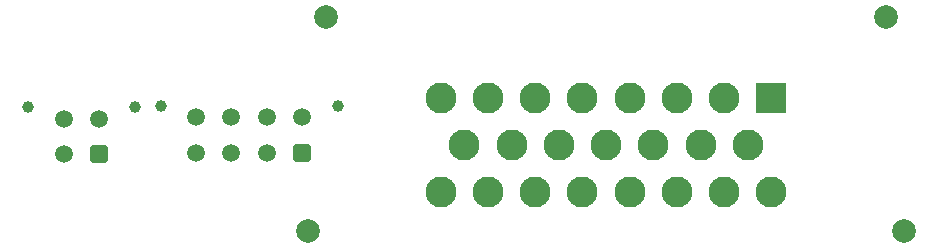
<source format=gbr>
%TF.GenerationSoftware,KiCad,Pcbnew,(6.0.1)*%
%TF.CreationDate,2022-08-22T15:29:29+03:00*%
%TF.ProjectId,Input Connector,496e7075-7420-4436-9f6e-6e6563746f72,rev?*%
%TF.SameCoordinates,Original*%
%TF.FileFunction,Soldermask,Top*%
%TF.FilePolarity,Negative*%
%FSLAX46Y46*%
G04 Gerber Fmt 4.6, Leading zero omitted, Abs format (unit mm)*
G04 Created by KiCad (PCBNEW (6.0.1)) date 2022-08-22 15:29:29*
%MOMM*%
%LPD*%
G01*
G04 APERTURE LIST*
G04 Aperture macros list*
%AMRoundRect*
0 Rectangle with rounded corners*
0 $1 Rounding radius*
0 $2 $3 $4 $5 $6 $7 $8 $9 X,Y pos of 4 corners*
0 Add a 4 corners polygon primitive as box body*
4,1,4,$2,$3,$4,$5,$6,$7,$8,$9,$2,$3,0*
0 Add four circle primitives for the rounded corners*
1,1,$1+$1,$2,$3*
1,1,$1+$1,$4,$5*
1,1,$1+$1,$6,$7*
1,1,$1+$1,$8,$9*
0 Add four rect primitives between the rounded corners*
20,1,$1+$1,$2,$3,$4,$5,0*
20,1,$1+$1,$4,$5,$6,$7,0*
20,1,$1+$1,$6,$7,$8,$9,0*
20,1,$1+$1,$8,$9,$2,$3,0*%
G04 Aperture macros list end*
%ADD10C,1.000000*%
%ADD11RoundRect,0.250001X0.499999X0.499999X-0.499999X0.499999X-0.499999X-0.499999X0.499999X-0.499999X0*%
%ADD12C,1.500000*%
%ADD13C,2.000000*%
%ADD14R,2.625000X2.625000*%
%ADD15C,2.625000*%
G04 APERTURE END LIST*
D10*
%TO.C,J3*%
X88996000Y-80896000D03*
X97996000Y-80896000D03*
D11*
X94996000Y-84836000D03*
D12*
X91996000Y-84836000D03*
X94996000Y-81836000D03*
X91996000Y-81836000D03*
%TD*%
D10*
%TO.C,J2*%
X115196000Y-80779000D03*
X100196000Y-80779000D03*
D11*
X112196000Y-84719000D03*
D12*
X109196000Y-84719000D03*
X106196000Y-84719000D03*
X103196000Y-84719000D03*
X112196000Y-81719000D03*
X109196000Y-81719000D03*
X106196000Y-81719000D03*
X103196000Y-81719000D03*
%TD*%
D13*
%TO.C,J1*%
X112722000Y-91374000D03*
X114222000Y-73274000D03*
X163122000Y-91374000D03*
X161622000Y-73274000D03*
D14*
X151922000Y-80074000D03*
D15*
X147922000Y-80074000D03*
X143922000Y-80074000D03*
X139922000Y-80074000D03*
X135922000Y-80074000D03*
X131922000Y-80074000D03*
X127922000Y-80074000D03*
X123922000Y-80074000D03*
X149922000Y-84074000D03*
X145922000Y-84074000D03*
X141922000Y-84074000D03*
X137922000Y-84074000D03*
X133922000Y-84074000D03*
X129922000Y-84074000D03*
X125922000Y-84074000D03*
X151922000Y-88074000D03*
X147922000Y-88074000D03*
X143922000Y-88074000D03*
X139922000Y-88074000D03*
X135922000Y-88074000D03*
X131922000Y-88074000D03*
X127922000Y-88074000D03*
X123922000Y-88074000D03*
%TD*%
M02*

</source>
